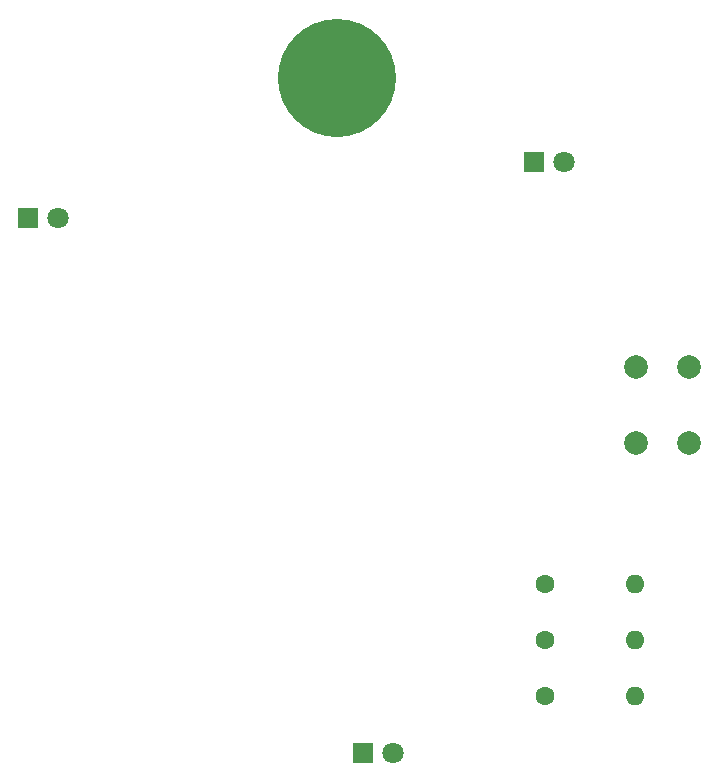
<source format=gbr>
%TF.GenerationSoftware,KiCad,Pcbnew,8.0.7*%
%TF.CreationDate,2025-05-01T23:39:49-04:00*%
%TF.ProjectId,Celeste Keychain,43656c65-7374-4652-904b-657963686169,rev?*%
%TF.SameCoordinates,Original*%
%TF.FileFunction,Copper,L1,Top*%
%TF.FilePolarity,Positive*%
%FSLAX46Y46*%
G04 Gerber Fmt 4.6, Leading zero omitted, Abs format (unit mm)*
G04 Created by KiCad (PCBNEW 8.0.7) date 2025-05-01 23:39:49*
%MOMM*%
%LPD*%
G01*
G04 APERTURE LIST*
%TA.AperFunction,ComponentPad*%
%ADD10C,2.000000*%
%TD*%
%TA.AperFunction,ComponentPad*%
%ADD11O,1.600000X1.600000*%
%TD*%
%TA.AperFunction,ComponentPad*%
%ADD12C,1.600000*%
%TD*%
%TA.AperFunction,ComponentPad*%
%ADD13R,1.800000X1.800000*%
%TD*%
%TA.AperFunction,ComponentPad*%
%ADD14C,1.800000*%
%TD*%
%TA.AperFunction,ViaPad*%
%ADD15C,10.000000*%
%TD*%
G04 APERTURE END LIST*
D10*
%TO.P,SW1,1,1*%
%TO.N,Net-(D1-A)*%
X149150000Y-69056250D03*
X149150000Y-62556250D03*
%TO.P,SW1,2,2*%
%TO.N,Net-(BT1-+)*%
X153650000Y-69056250D03*
X153650000Y-62556250D03*
%TD*%
D11*
%TO.P,R3,2*%
%TO.N,Net-(BT1--)*%
X149066250Y-90487500D03*
D12*
%TO.P,R3,1*%
%TO.N,Net-(D3-K)*%
X141446250Y-90487500D03*
%TD*%
D11*
%TO.P,R2,2*%
%TO.N,Net-(BT1--)*%
X149066250Y-80962500D03*
D12*
%TO.P,R2,1*%
%TO.N,Net-(D2-K)*%
X141446250Y-80962500D03*
%TD*%
D11*
%TO.P,R1,2*%
%TO.N,Net-(BT1--)*%
X149066250Y-85725000D03*
D12*
%TO.P,R1,1*%
%TO.N,Net-(D1-K)*%
X141446250Y-85725000D03*
%TD*%
D13*
%TO.P,D3,1,K*%
%TO.N,Net-(D3-K)*%
X97631250Y-50006250D03*
D14*
%TO.P,D3,2,A*%
%TO.N,Net-(D1-A)*%
X100171250Y-50006250D03*
%TD*%
%TO.P,D2,2,A*%
%TO.N,Net-(D1-A)*%
X143033750Y-45243750D03*
D13*
%TO.P,D2,1,K*%
%TO.N,Net-(D2-K)*%
X140493750Y-45243750D03*
%TD*%
%TO.P,D1,1,K*%
%TO.N,Net-(D1-K)*%
X126047500Y-95250000D03*
D14*
%TO.P,D1,2,A*%
%TO.N,Net-(D1-A)*%
X128587500Y-95250000D03*
%TD*%
D15*
%TO.N,*%
X123825000Y-38100000D03*
%TD*%
M02*

</source>
